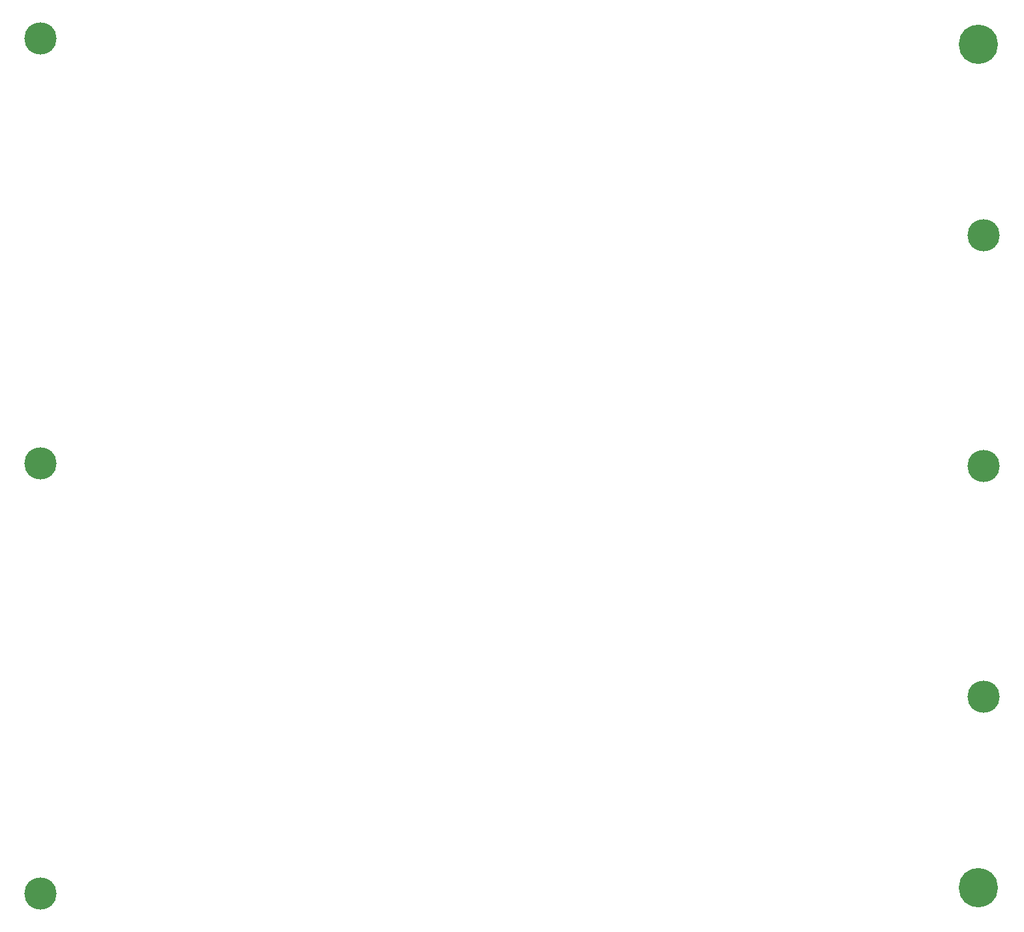
<source format=gbl>
G04*
G04 #@! TF.GenerationSoftware,Altium Limited,Altium Designer,21.6.1 (37)*
G04*
G04 Layer_Physical_Order=2*
G04 Layer_Color=6736896*
%FSLAX25Y25*%
%MOIN*%
G70*
G04*
G04 #@! TF.SameCoordinates,532E04BB-9670-4093-A683-9B17944729E4*
G04*
G04*
G04 #@! TF.FilePolarity,Positive*
G04*
G01*
G75*
%ADD17C,0.16496*%
%ADD18C,0.20079*%
D17*
X-7500Y237500D02*
D03*
Y17500D02*
D03*
Y455000D02*
D03*
X474409Y236221D02*
D03*
Y118110D02*
D03*
Y354331D02*
D03*
D18*
X471649Y20548D02*
D03*
X471634Y451949D02*
D03*
M02*

</source>
